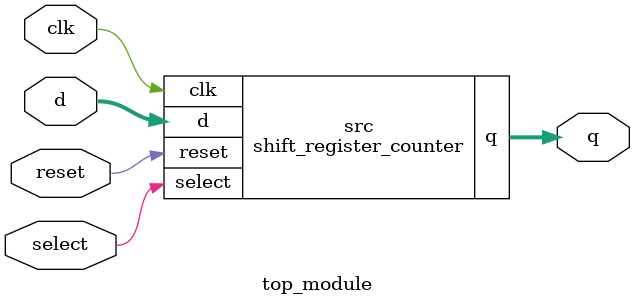
<source format=v>
module shift_register_counter (
    input clk,
    input reset,      // Synchronous active-high reset
    input [7:0] d,    // 8-bit input for the register
    input select,     // Select input to choose between register and counter
    output [7:0] q    // 8-bit output from the AND module
);

    reg [7:0] shift_reg;
    reg [3:0] counter;
    
    always @(posedge clk) begin
        if (reset) begin
            shift_reg <= 8'h5A;
            counter <= 4'h0;
        end else begin
            if (select) begin
                shift_reg <= {shift_reg[6:0], d[0]};
            end else begin
                counter <= counter + 1;
            end
        end
    end
    
    assign q = shift_reg & {4'hF, counter};
    
endmodule

module top_module (
    input clk,
    input reset,      // Synchronous active-high reset
    input [7:0] d,    // 8-bit input for the register
    input select,     // Select input to choose between register and counter
    output [7:0] q    // 8-bit output from the AND module
);

    shift_register_counter src (
        .clk(clk),
        .reset(reset),
        .d(d),
        .select(select),
        .q(q)
    );
    
endmodule
</source>
